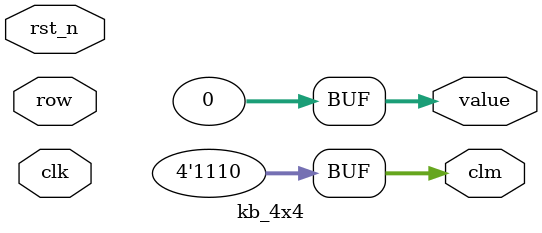
<source format=v>

module kb_4x4
(
    input         clk,
    input         rst_n,
    input  [ 3:0] row,
    output [ 3:0] clm,
    output [31:0] value
);
    // replace it with your code
    assign clm   = 4'b1110;
    assign value = 32'b0;

endmodule

</source>
